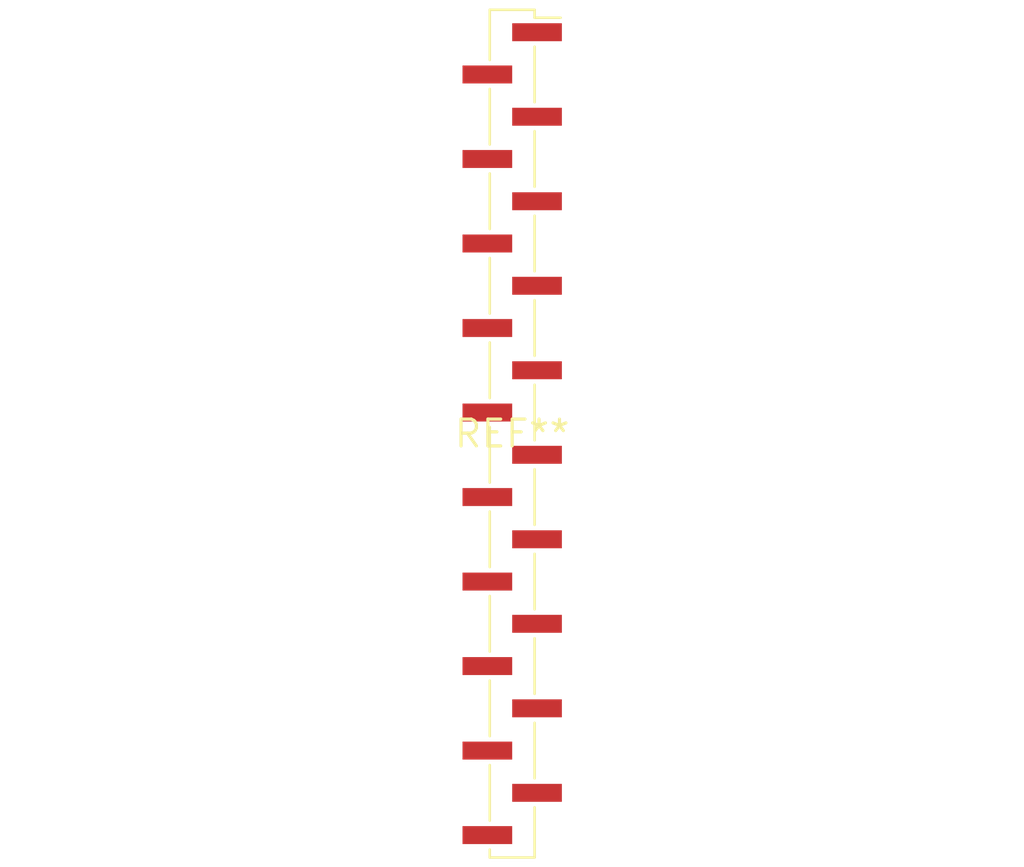
<source format=kicad_pcb>
(kicad_pcb (version 20240108) (generator pcbnew)
  (layers (0 "F.Cu" signal) (31 "B.Cu" signal) (34 "B.Paste" user) (35 "F.Paste" user) (36 "B.SilkS" user "B.Silkscreen") (37 "F.SilkS" user "F.Silkscreen") (38 "B.Mask" user) (39 "F.Mask" user) (44 "Edge.Cuts" user))
  (net 0 "")
  (footprint "PinHeader_1x20_P2.00mm_Vertical_SMD_Pin1Right" (layer "F.Cu") (at 0 0)
    (property "Reference" "REF**")
    (property "Value" "PinHeader_1x20_P2.00mm_Vertical_SMD_Pin1Right")
    (fp_line (start -1.06 -20.06) (end -1.06 -17.685) (layer "F.SilkS") (stroke (width 0.12)))
    (fp_line (start -1.06 -20.06) (end 1.06 -20.06) (layer "F.SilkS") (stroke (width 0.12)))
    (fp_line (start -1.06 -16.315) (end -1.06 -13.685) (layer "F.SilkS") (stroke (width 0.12)))
    (fp_line (start -1.06 -12.315) (end -1.06 -9.685) (layer "F.SilkS") (stroke (width 0.12)))
    (fp_line (start -1.06 -8.315) (end -1.06 -5.685) (layer "F.SilkS") (stroke (width 0.12)))
    (fp_line (start -1.06 -4.315) (end -1.06 -1.685) (layer "F.SilkS") (stroke (width 0.12)))
    (fp_line (start -1.06 -0.315) (end -1.06 2.315) (layer "F.SilkS") (stroke (width 0.12)))
    (fp_line (start -1.06 3.685) (end -1.06 6.315) (layer "F.SilkS") (stroke (width 0.12)))
    (fp_line (start -1.06 7.685) (end -1.06 10.315) (layer "F.SilkS") (stroke (width 0.12)))
    (fp_line (start -1.06 11.685) (end -1.06 14.315) (layer "F.SilkS") (stroke (width 0.12)))
    (fp_line (start -1.06 15.685) (end -1.06 18.315) (layer "F.SilkS") (stroke (width 0.12)))
    (fp_line (start -1.06 19.685) (end -1.06 20.06) (layer "F.SilkS") (stroke (width 0.12)))
    (fp_line (start -1.06 20.06) (end 1.06 20.06) (layer "F.SilkS") (stroke (width 0.12)))
    (fp_line (start 1.06 -20.06) (end 1.06 -19.685) (layer "F.SilkS") (stroke (width 0.12)))
    (fp_line (start 1.06 -19.685) (end 2.29 -19.685) (layer "F.SilkS") (stroke (width 0.12)))
    (fp_line (start 1.06 -18.315) (end 1.06 -15.685) (layer "F.SilkS") (stroke (width 0.12)))
    (fp_line (start 1.06 -14.315) (end 1.06 -11.685) (layer "F.SilkS") (stroke (width 0.12)))
    (fp_line (start 1.06 -10.315) (end 1.06 -7.685) (layer "F.SilkS") (stroke (width 0.12)))
    (fp_line (start 1.06 -6.315) (end 1.06 -3.685) (layer "F.SilkS") (stroke (width 0.12)))
    (fp_line (start 1.06 -2.315) (end 1.06 0.315) (layer "F.SilkS") (stroke (width 0.12)))
    (fp_line (start 1.06 1.685) (end 1.06 4.315) (layer "F.SilkS") (stroke (width 0.12)))
    (fp_line (start 1.06 5.685) (end 1.06 8.315) (layer "F.SilkS") (stroke (width 0.12)))
    (fp_line (start 1.06 9.685) (end 1.06 12.315) (layer "F.SilkS") (stroke (width 0.12)))
    (fp_line (start 1.06 13.685) (end 1.06 16.315) (layer "F.SilkS") (stroke (width 0.12)))
    (fp_line (start 1.06 17.685) (end 1.06 20.06) (layer "F.SilkS") (stroke (width 0.12)))
    (pad "1" smd rect (at 1.175 -19) (size 2.35 0.85) (layers "F.Cu" "F.Paste" "F.Mask"))
    (pad "2" smd rect (at -1.175 -17) (size 2.35 0.85) (layers "F.Cu" "F.Paste" "F.Mask"))
    (pad "3" smd rect (at 1.175 -15) (size 2.35 0.85) (layers "F.Cu" "F.Paste" "F.Mask"))
    (pad "4" smd rect (at -1.175 -13) (size 2.35 0.85) (layers "F.Cu" "F.Paste" "F.Mask"))
    (pad "5" smd rect (at 1.175 -11) (size 2.35 0.85) (layers "F.Cu" "F.Paste" "F.Mask"))
    (pad "6" smd rect (at -1.175 -9) (size 2.35 0.85) (layers "F.Cu" "F.Paste" "F.Mask"))
    (pad "7" smd rect (at 1.175 -7) (size 2.35 0.85) (layers "F.Cu" "F.Paste" "F.Mask"))
    (pad "8" smd rect (at -1.175 -5) (size 2.35 0.85) (layers "F.Cu" "F.Paste" "F.Mask"))
    (pad "9" smd rect (at 1.175 -3) (size 2.35 0.85) (layers "F.Cu" "F.Paste" "F.Mask"))
    (pad "10" smd rect (at -1.175 -1) (size 2.35 0.85) (layers "F.Cu" "F.Paste" "F.Mask"))
    (pad "11" smd rect (at 1.175 1) (size 2.35 0.85) (layers "F.Cu" "F.Paste" "F.Mask"))
    (pad "12" smd rect (at -1.175 3) (size 2.35 0.85) (layers "F.Cu" "F.Paste" "F.Mask"))
    (pad "13" smd rect (at 1.175 5) (size 2.35 0.85) (layers "F.Cu" "F.Paste" "F.Mask"))
    (pad "14" smd rect (at -1.175 7) (size 2.35 0.85) (layers "F.Cu" "F.Paste" "F.Mask"))
    (pad "15" smd rect (at 1.175 9) (size 2.35 0.85) (layers "F.Cu" "F.Paste" "F.Mask"))
    (pad "16" smd rect (at -1.175 11) (size 2.35 0.85) (layers "F.Cu" "F.Paste" "F.Mask"))
    (pad "17" smd rect (at 1.175 13) (size 2.35 0.85) (layers "F.Cu" "F.Paste" "F.Mask"))
    (pad "18" smd rect (at -1.175 15) (size 2.35 0.85) (layers "F.Cu" "F.Paste" "F.Mask"))
    (pad "19" smd rect (at 1.175 17) (size 2.35 0.85) (layers "F.Cu" "F.Paste" "F.Mask"))
    (pad "20" smd rect (at -1.175 19) (size 2.35 0.85) (layers "F.Cu" "F.Paste" "F.Mask"))
  )
)
</source>
